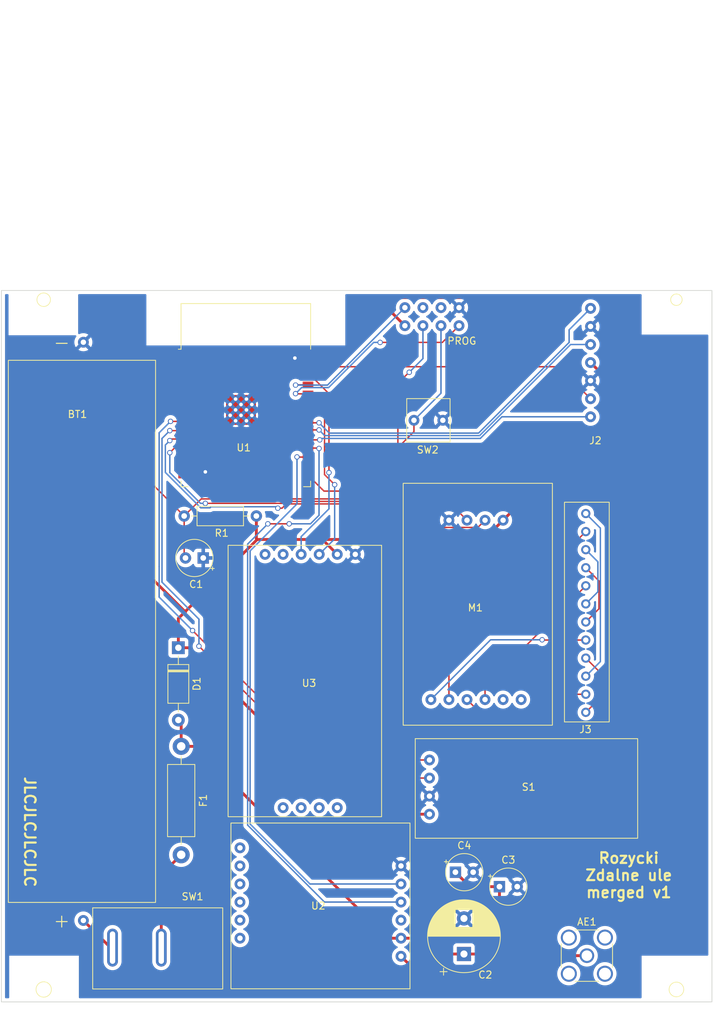
<source format=kicad_pcb>
(kicad_pcb (version 20211014) (generator pcbnew)
  (layers (0 "F.Cu" signal) (31 "B.Cu" signal) (34 "B.Paste" user) (35 "F.Paste" user) (36 "B.SilkS" user "B.Silkscreen") (37 "F.SilkS" user "F.Silkscreen") (38 "B.Mask" user) (39 "F.Mask" user) (44 "Edge.Cuts" user))
  (net 0 "")
  (net 1 "Net-(AE1-Pad1)")
  (net 2 "/Battery VCC")
  (net 3 "GND")
  (net 4 "/PROG_EN")
  (net 5 "/3.3 VCC")
  (net 6 "Net-(F1-Pad1)")
  (net 7 "/PROG_I0")
  (net 8 "/PROG_TX")
  (net 9 "/PROG_RX")
  (net 12 "/CS")
  (net 13 "/MOSI")
  (net 14 "/CLK")
  (net 15 "/MISO")
  (net 16 "Net-(J3-Pad1)")
  (net 17 "/A- R")
  (net 18 "Net-(J3-Pad12)")
  (net 19 "/E+ R")
  (net 20 "Net-(J3-Pad6)")
  (net 21 "Net-(J3-Pad10)")
  (net 22 "/A+ R")
  (net 23 "/E- R")
  (net 26 "/HX Data")
  (net 27 "/HX clk")
  (net 28 "/wstrzas D")
  (net 29 "/wstrzas A")
  (net 47 "/RX1")
  (net 48 "/TX1")
  (net 50 "/SDA")
  (net 51 "/SCL")
  (net 61 "Net-(BT1-Pad1)")
  (footprint "wlasne_footprinty:koszyk na baterie 1x1" (layer "F.Cu") (at 183.235 37.934 -90)
    (fp_text reference "BT1" (at 12.666 13.535 unlocked) (layer "F.SilkS"))
    (fp_text value "Battery")
    (fp_text user "+" (at 83.82 15.748 unlocked) (layer "F.SilkS") (effects (font (size 2 2))))
    (fp_text user "-" (at 2.54 15.748 unlocked) (layer "F.SilkS") (effects (font (size 2 2))))
    (pad "1" thru_hole circle (at 83.82 12.7 270) (size 1.524 1.524) (drill 0.762) (layers *.Cu *.Mask) (net 61 "Net-(BT1-Pad1)"))
    (pad "2" thru_hole circle (at 2.54 12.7 270) (size 1.524 1.524) (drill 0.762) (layers *.Cu *.Mask) (net 3 "GND"))
  )
  (footprint "wlasne_footprinty:sim800l" (layer "F.Cu") (at 216.505 131.355 180)
    (fp_text reference "U2" (at 12.905 11.655 unlocked) (layer "F.SilkS"))
    (fp_text value "SIM800L")
    (pad "0" thru_hole circle (at 1.27 17.27 180) (size 1.524 1.524) (drill 0.762) (layers *.Cu *.Mask) (net 3 "GND"))
    (pad "1" thru_hole circle (at 1.27 14.73 180) (size 1.524 1.524) (drill 0.762) (layers *.Cu *.Mask) (net 47 "/RX1"))
    (pad "2" thru_hole circle (at 1.27 12.19 180) (size 1.524 1.524) (drill 0.762) (layers *.Cu *.Mask) (net 48 "/TX1"))
    (pad "3" thru_hole circle (at 1.27 9.65 180) (size 1.524 1.524) (drill 0.762) (layers *.Cu *.Mask))
    (pad "4" thru_hole circle (at 1.27 7.11 180) (size 1.524 1.524) (drill 0.762) (layers *.Cu *.Mask) (net 2 "/Battery VCC"))
    (pad "5" thru_hole circle (at 1.27 4.57 180) (size 1.524 1.524) (drill 0.762) (layers *.Cu *.Mask) (net 1 "Net-(AE1-Pad1)"))
    (pad "6" thru_hole circle (at 23.93 7.11 180) (size 1.524 1.524) (drill 0.762) (layers *.Cu *.Mask))
    (pad "7" thru_hole circle (at 23.93 9.65 180) (size 1.524 1.524) (drill 0.762) (layers *.Cu *.Mask))
    (pad "8" thru_hole circle (at 23.93 12.19 180) (size 1.524 1.524) (drill 0.762) (layers *.Cu *.Mask))
    (pad "9" thru_hole circle (at 23.93 14.73 180) (size 1.524 1.524) (drill 0.762) (layers *.Cu *.Mask))
    (pad "10" thru_hole circle (at 23.93 17.27 180) (size 1.524 1.524) (drill 0.762) (layers *.Cu *.Mask))
    (pad "11" thru_hole circle (at 23.93 19.81 180) (size 1.524 1.524) (drill 0.762) (layers *.Cu *.Mask))
  )
  (footprint "Diode_THT:D_A-405_P10.16mm_Horizontal" (layer "F.Cu") (at 183.9 83.42 -90)
    (fp_text reference "D1" (at 5.08 -2.6 90) (layer "F.SilkS"))
    (fp_text value "DIODE")
    (pad "1" thru_hole rect (at 0 0 270) (size 1.8 1.8) (drill 0.9) (layers *.Cu *.Mask) (net 5 "/3.3 VCC"))
    (pad "2" thru_hole oval (at 10.16 0 270) (size 1.8 1.8) (drill 0.9) (layers *.Cu *.Mask) (net 2 "/Battery VCC"))
  )
  (footprint "wlasne_footprinty:karta sd" (layer "F.Cu") (at 244.455 56.035 180)
    (fp_text reference "J2" (at 1.855 1.735 unlocked) (layer "F.SilkS"))
    (fp_text value "SD_Card")
    (pad "1" thru_hole circle (at 2.54 5.08 180) (size 1.524 1.524) (drill 0.762) (layers *.Cu *.Mask) (net 12 "/CS"))
    (pad "2" thru_hole circle (at 2.54 7.62 180) (size 1.524 1.524) (drill 0.762) (layers *.Cu *.Mask) (net 13 "/MOSI"))
    (pad "3" thru_hole circle (at 2.54 10.16 180) (size 1.524 1.524) (drill 0.762) (layers *.Cu *.Mask) (net 3 "GND"))
    (pad "4" thru_hole circle (at 2.54 12.7 180) (size 1.524 1.524) (drill 0.762) (layers *.Cu *.Mask) (net 5 "/3.3 VCC"))
    (pad "5" thru_hole circle (at 2.54 15.24 180) (size 1.524 1.524) (drill 0.762) (layers *.Cu *.Mask) (net 14 "/CLK"))
    (pad "6" thru_hole circle (at 2.54 17.78 180) (size 1.524 1.524) (drill 0.762) (layers *.Cu *.Mask) (net 3 "GND"))
    (pad "7" thru_hole circle (at 2.54 20.32 180) (size 1.524 1.524) (drill 0.762) (layers *.Cu *.Mask) (net 15 "/MISO"))
  )
  (footprint "Resistor_THT:R_Axial_DIN0411_L9.9mm_D3.6mm_P15.24mm_Horizontal" (layer "F.Cu") (at 184.3 112.52 90)
    (fp_text reference "F1" (at 7.62 3.1 90) (layer "F.SilkS"))
    (fp_text value "Fuse")
    (pad "1" thru_hole circle (at 0 0 90) (size 2.4 2.4) (drill 1.2) (layers *.Cu *.Mask) (net 6 "Net-(F1-Pad1)"))
    (pad "2" thru_hole oval (at 15.24 0 90) (size 2.4 2.4) (drill 1.2) (layers *.Cu *.Mask) (net 2 "/Battery VCC"))
  )
  (footprint "Resistor_THT:R_Axial_DIN0207_L6.3mm_D2.5mm_P10.16mm_Horizontal" (layer "F.Cu") (at 194.88 64.9 180)
    (fp_text reference "R1" (at 4.88 -2.4) (layer "F.SilkS"))
    (fp_text value "10K")
    (pad "1" thru_hole circle (at 0 0 180) (size 1.6 1.6) (drill 0.8) (layers *.Cu *.Mask) (net 5 "/3.3 VCC"))
    (pad "2" thru_hole oval (at 10.16 0 180) (size 1.6 1.6) (drill 0.8) (layers *.Cu *.Mask) (net 4 "/PROG_EN"))
  )
  (footprint "Capacitor_THT:CP_Radial_Tantal_D5.0mm_P2.50mm" (layer "F.Cu") (at 229.094888 117)
    (fp_text reference "C3" (at 1.25 -3.75) (layer "F.SilkS"))
    (fp_text value "33pF")
    (pad "1" thru_hole rect (at 0 0) (size 1.6 1.6) (drill 0.8) (layers *.Cu *.Mask) (net 2 "/Battery VCC"))
    (pad "2" thru_hole circle (at 2.5 0) (size 1.6 1.6) (drill 0.8) (layers *.Cu *.Mask) (net 3 "GND"))
  )
  (footprint "Connector_Coaxial:SMA_Amphenol_132291_Vertical" (layer "F.Cu") (at 241.4 126.7)
    (fp_text reference "AE1" (at 0 -4.75) (layer "F.SilkS"))
    (fp_text value "Antenna")
    (pad "1" thru_hole circle (at 0 0) (size 2.05 2.05) (drill 1.5) (layers *.Cu *.Mask) (net 1 "Net-(AE1-Pad1)"))
    (pad "2" thru_hole circle (at -2.54 -2.54) (size 2.25 2.25) (drill 1.7) (layers *.Cu *.Mask))
    (pad "2" thru_hole circle (at 2.54 2.54) (size 2.25 2.25) (drill 1.7) (layers *.Cu *.Mask))
    (pad "2" thru_hole circle (at -2.54 2.54) (size 2.25 2.25) (drill 1.7) (layers *.Cu *.Mask))
    (pad "2" thru_hole circle (at 2.54 -2.54) (size 2.25 2.25) (drill 1.7) (layers *.Cu *.Mask))
  )
  (footprint "Capacitor_THT:CP_Radial_Tantal_D5.0mm_P2.50mm" (layer "F.Cu") (at 222.894888 114.967677)
    (fp_text reference "C4" (at 1.25 -3.75) (layer "F.SilkS"))
    (fp_text value "10pF")
    (pad "1" thru_hole rect (at 0 0) (size 1.6 1.6) (drill 0.8) (layers *.Cu *.Mask) (net 2 "/Battery VCC"))
    (pad "2" thru_hole circle (at 2.5 0) (size 1.6 1.6) (drill 0.8) (layers *.Cu *.Mask) (net 3 "GND"))
  )
  (footprint "wlasne_footprinty:wlacznik" (layer "F.Cu") (at 171.845 119.98)
    (fp_text reference "SW1" (at 14.055 -1.58 unlocked) (layer "F.SilkS"))
    (fp_text value "SW_Push")
    (pad "1" thru_hole oval (at 2.794 5.588) (size 1.524 5.332) (drill oval 0.762 4.57) (layers *.Cu *.Mask) (net 61 "Net-(BT1-Pad1)"))
    (pad "2" thru_hole oval (at 9.652 5.588) (size 1.524 5.332) (drill oval 0.762 4.57) (layers *.Cu *.Mask) (net 6 "Net-(F1-Pad1)"))
  )
  (footprint "Capacitor_THT:CP_Radial_D10.0mm_P5.00mm" (layer "F.Cu") (at 224.1 126.467677 90)
    (fp_text reference "C2" (at -2.932323 3 180) (layer "F.SilkS"))
    (fp_text value "2200uF")
    (pad "1" thru_hole rect (at 0 0 90) (size 2 2) (drill 1) (layers *.Cu *.Mask) (net 2 "/Battery VCC"))
    (pad "2" thru_hole circle (at 5 0 90) (size 2 2) (drill 1) (layers *.Cu *.Mask) (net 3 "GND"))
  )
  (footprint "wlasne_footprinty:screw connector 12" (layer "F.Cu") (at 238.245 93.845 90)
    (fp_text reference "J3" (at -1.055 2.955 unlocked) (layer "F.SilkS"))
    (fp_text value "Screw_Terminal_01x12")
    (pad "1" thru_hole circle (at 1.35 3 90) (size 1.3 1.3) (drill 0.762) (layers *.Cu *.Mask) (net 16 "Net-(J3-Pad1)"))
    (pad "2" thru_hole circle (at 3.89 3 90) (size 1.3 1.3) (drill 0.762) (layers *.Cu *.Mask) (net 17 "/A- R"))
    (pad "3" thru_hole circle (at 6.43 3 90) (size 1.3 1.3) (drill 0.762) (layers *.Cu *.Mask) (net 18 "Net-(J3-Pad12)"))
    (pad "4" thru_hole circle (at 8.97 3 90) (size 1.3 1.3) (drill 0.762) (layers *.Cu *.Mask) (net 16 "Net-(J3-Pad1)"))
    (pad "5" thru_hole circle (at 11.51 3 90) (size 1.3 1.3) (drill 0.762) (layers *.Cu *.Mask) (net 19 "/E+ R"))
    (pad "6" thru_hole circle (at 14.05 3 90) (size 1.3 1.3) (drill 0.762) (layers *.Cu *.Mask) (net 20 "Net-(J3-Pad6)"))
    (pad "7" thru_hole circle (at 16.59 3 90) (size 1.3 1.3) (drill 0.762) (layers *.Cu *.Mask) (net 21 "Net-(J3-Pad10)"))
    (pad "8" thru_hole circle (at 19.13 3 90) (size 1.3 1.3) (drill 0.762) (layers *.Cu *.Mask) (net 22 "/A+ R"))
    (pad "9" thru_hole circle (at 21.67 3 90) (size 1.3 1.3) (drill 0.762) (layers *.Cu *.Mask) (net 20 "Net-(J3-Pad6)"))
    (pad "10" thru_hole circle (at 24.21 3 90) (size 1.3 1.3) (drill 0.762) (layers *.Cu *.Mask) (net 21 "Net-(J3-Pad10)"))
    (pad "11" thru_hole circle (at 26.75 3 90) (size 1.3 1.3) (drill 0.762) (layers *.Cu *.Mask) (net 23 "/E- R"))
    (pad "12" thru_hole circle (at 29.29 3 90) (size 1.3 1.3) (drill 0.762) (layers *.Cu *.Mask) (net 18 "Net-(J3-Pad12)"))
  )
  (footprint "wlasne_footprinty:MH-sensor-series" (layer "F.Cu") (at 217.245 96.195)
    (fp_text reference "S1" (at 15.955 6.805 unlocked) (layer "F.SilkS"))
    (fp_text value "MH-sensor-series")
    (pad "0" thru_hole circle (at 2 10.62) (size 1.524 1.524) (drill 0.762) (layers *.Cu *.Mask) (net 5 "/3.3 VCC"))
    (pad "1" thru_hole circle (at 2 8.08) (size 1.524 1.524) (drill 0.762) (layers *.Cu *.Mask) (net 3 "GND"))
    (pad "2" thru_hole circle (at 2 5.54) (size 1.524 1.524) (drill 0.762) (layers *.Cu *.Mask) (net 28 "/wstrzas D"))
    (pad "3" thru_hole circle (at 2 3) (size 1.524 1.524) (drill 0.762) (layers *.Cu *.Mask) (net 29 "/wstrzas A"))
  )
  (footprint "wlasne_footprinty:hx711" (layer "F.Cu") (at 215.445 94.305 90)
    (fp_text reference "M1" (at 16.51 10.255 unlocked) (layer "F.SilkS"))
    (fp_text value "HX711")
    (pad "0" thru_hole circle (at 3.6 4 90) (size 1.524 1.524) (drill 0.762) (layers *.Cu *.Mask) (net 19 "/E+ R"))
    (pad "1" thru_hole circle (at 3.6 6.54 90) (size 1.524 1.524) (drill 0.762) (layers *.Cu *.Mask) (net 23 "/E- R"))
    (pad "2" thru_hole circle (at 3.6 9.08 90) (size 1.524 1.524) (drill 0.762) (layers *.Cu *.Mask) (net 17 "/A- R"))
    (pad "3" thru_hole circle (at 3.6 11.62 90) (size 1.524 1.524) (drill 0.762) (layers *.Cu *.Mask) (net 22 "/A+ R"))
    (pad "4" thru_hole circle (at 3.6 14.16 90) (size 1.524 1.524) (drill 0.762) (layers *.Cu *.Mask))
    (pad "5" thru_hole circle (at 3.6 16.7 90) (size 1.524 1.524) (drill 0.762) (layers *.Cu *.Mask))
    (pad "6" thru_hole circle (at 28.81 6.54 90) (size 1.524 1.524) (drill 0.762) (layers *.Cu *.Mask) (net 3 "GND"))
    (pad "7" thru_hole circle (at 28.81 9.08 90) (size 1.524 1.524) (drill 0.762) (layers *.Cu *.Mask) (net 26 "/HX Data"))
    (pad "8" thru_hole circle (at 28.81 11.62 90) (size 1.524 1.524) (drill 0.762) (layers *.Cu *.Mask) (net 27 "/HX clk"))
    (pad "9" thru_hole circle (at 28.81 14.16 90) (size 1.524 1.524) (drill 0.762) (layers *.Cu *.Mask) (net 5 "/3.3 VCC"))
  )
  (footprint "RF_Module:ESP32-WROOM-32" (layer "F.Cu") (at 193.4 50.9)
    (fp_text reference "U1" (at -0.3 4.4 180) (layer "F.SilkS"))
    (fp_text value "ESP32-WROOM-32")
    (pad "1" smd rect (at -8.75 -8.25) (size 1.5 0.9) (layers "F.Cu" "F.Paste" "F.Mask") (net 3 "GND"))
    (pad "2" smd rect (at -8.75 -6.98) (size 1.5 0.9) (layers "F.Cu" "F.Paste" "F.Mask") (net 5 "/3.3 VCC"))
    (pad "3" smd rect (at -8.75 -5.71) (size 1.5 0.9) (layers "F.Cu" "F.Paste" "F.Mask") (net 4 "/PROG_EN"))
    (pad "4" smd rect (at -8.75 -4.44) (size 1.5 0.9) (layers "F.Cu" "F.Paste" "F.Mask"))
    (pad "5" smd rect (at -8.75 -3.17) (size 1.5 0.9) (layers "F.Cu" "F.Paste" "F.Mask"))
    (pad "6" smd rect (at -8.75 -1.9) (size 1.5 0.9) (layers "F.Cu" "F.Paste" "F.Mask"))
    (pad "7" smd rect (at -8.75 -0.63) (size 1.5 0.9) (layers "F.Cu" "F.Paste" "F.Mask"))
    (pad "8" smd rect (at -8.75 0.64) (size 1.5 0.9) (layers "F.Cu" "F.Paste" "F.Mask") (net 29 "/wstrzas A"))
    (pad "9" smd rect (at -8.75 1.91) (size 1.5 0.9) (layers "F.Cu" "F.Paste" "F.Mask") (net 28 "/wstrzas D"))
    (pad "10" smd rect (at -8.75 3.18) (size 1.5 0.9) (layers "F.Cu" "F.Paste" "F.Mask") (net 27 "/HX clk"))
    (pad "11" smd rect (at -8.75 4.45) (size 1.5 0.9) (layers "F.Cu" "F.Paste" "F.Mask") (net 26 "/HX Data"))
    (pad "12" smd rect (at -8.75 5.72) (size 1.5 0.9) (layers "F.Cu" "F.Paste" "F.Mask"))
    (pad "13" smd rect (at -8.75 6.99) (size 1.5 0.9) (layers "F.Cu" "F.Paste" "F.Mask"))
    (pad "14" smd rect (at -8.75 8.26) (size 1.5 0.9) (layers "F.Cu" "F.Paste" "F.Mask"))
    (pad "15" smd rect (at -5.71 9.51 90) (size 1.5 0.9) (layers "F.Cu" "F.Paste" "F.Mask") (net 3 "GND"))
    (pad "16" smd rect (at -4.44 9.51 90) (size 1.5 0.9) (layers "F.Cu" "F.Paste" "F.Mask"))
    (pad "17" smd rect (at -3.17 9.51 90) (size 1.5 0.9) (layers "F.Cu" "F.Paste" "F.Mask"))
    (pad "18" smd rect (at -1.9 9.51 90) (size 1.5 0.9) (layers "F.Cu" "F.Paste" "F.Mask"))
    (pad "19" smd rect (at -0.63 9.51 90) (size 1.5 0.9) (layers "F.Cu" "F.Paste" "F.Mask"))
    (pad "20" smd rect (at 0.64 9.51 90) (size 1.5 0.9) (layers "F.Cu" "F.Paste" "F.Mask"))
    (pad "21" smd rect (at 1.91 9.51 90) (size 1.5 0.9) (layers "F.Cu" "F.Paste" "F.Mask"))
    (pad "22" smd rect (at 3.18 9.51 90) (size 1.5 0.9) (layers "F.Cu" "F.Paste" "F.Mask"))
    (pad "23" smd rect (at 4.45 9.51 90) (size 1.5 0.9) (layers "F.Cu" "F.Paste" "F.Mask"))
    (pad "24" smd rect (at 5.72 9.51 90) (size 1.5 0.9) (layers "F.Cu" "F.Paste" "F.Mask"))
    (pad "25" smd rect (at 8.75 8.26) (size 1.5 0.9) (layers "F.Cu" "F.Paste" "F.Mask") (net 7 "/PROG_I0"))
    (pad "26" smd rect (at 8.75 6.99) (size 1.5 0.9) (layers "F.Cu" "F.Paste" "F.Mask"))
    (pad "27" smd rect (at 8.75 5.72) (size 1.5 0.9) (layers "F.Cu" "F.Paste" "F.Mask") (net 47 "/RX1"))
    (pad "28" smd rect (at 8.75 4.45) (size 1.5 0.9) (layers "F.Cu" "F.Paste" "F.Mask") (net 48 "/TX1"))
    (pad "29" smd rect (at 8.75 3.18) (size 1.5 0.9) (layers "F.Cu" "F.Paste" "F.Mask") (net 12 "/CS"))
    (pad "30" smd rect (at 8.75 1.91) (size 1.5 0.9) (layers "F.Cu" "F.Paste" "F.Mask") (net 14 "/CLK"))
    (pad "31" smd rect (at 8.75 0.64) (size 1.5 0.9) (layers "F.Cu" "F.Paste" "F.Mask") (net 15 "/MISO"))
    (pad "32" smd rect (at 8.75 -0.63) (size 1.5 0.9) (layers "F.Cu" "F.Paste" "F.Mask"))
    (pad "33" smd rect (at 8.75 -1.9) (size 1.5 0.9) (layers "F.Cu" "F.Paste" "F.Mask") (net 50 "/SDA"))
    (pad "34" smd rect (at 8.75 -3.17) (size 1.5 0.9) (layers "F.Cu" "F.Paste" "F.Mask") (net 8 "/PROG_TX"))
    (pad "35" smd rect (at 8.75 -4.44) (size 1.5 0.9) (layers "F.Cu" "F.Paste" "F.Mask") (net 9 "/PROG_RX"))
    (pad "36" smd rect (at 8.75 -5.71) (size 1.5 0.9) (layers "F.Cu" "F.Paste" "F.Mask") (net 51 "/SCL"))
    (pad "37" smd rect (at 8.75 -6.98) (size 1.5 0.9) (layers "F.Cu" "F.Paste" "F.Mask") (net 13 "/MOSI"))
    (pad "38" smd rect (at 8.75 -8.25) (size 1.5 0.9) (layers "F.Cu" "F.Paste" "F.Mask") (net 3 "GND"))
    (pad "39" thru_hole circle (at 0.845 -1.6725) (size 0.762 0.762) (drill 0.508) (layers *.Cu "F.Mask") (net 3 "GND"))
    (pad "39" thru_hole circle (at -1.4425 0.615) (size 0.762 0.762) (drill 0.508) (layers *.Cu "F.Mask") (net 3 "GND"))
    (pad "39" thru_hole circle (at -2.205 -0.1475) (size 0.762 0.762) (drill 0.508) (layers *.Cu "F.Mask") (net 3 "GND"))
    (pad "39" thru_hole circle (at -1.4425 -0.91) (size 0.762 0.762) (drill 0.508) (layers *.Cu "F.Mask") (net 3 "GND"))
    (pad "39" thru_hole circle (at 0.845 -0.1475) (size 0.762 0.762) (drill 0.508) (layers *.Cu "F.Mask") (net 3 "GND"))
    (pad "39" thru_hole circle (at 0.0825 0.615) (size 0.762 0.762) (drill 0.508) (layers *.Cu "F.Mask") (net 3 "GND"))
    (pad "39" smd rect (at -0.68 -0.91) (size 4.2 4.2) (layers "F.Cu" "F.Mask") (net 3 "GND"))
    (pad "39" thru_hole circle (at -1.4425 -2.435) (size 0.762 0.762) (drill 0.508) (layers *.Cu "F.Mask") (net 3 "GND"))
    (pad "39" thru_hole circle (at -0.68 -1.6725) (size 0.762 0.762) (drill 0.508) (layers *.Cu "F.Mask") (net 3 "GND"))
    (pad "39" thru_hole circle (at -2.205 -1.6725) (size 0.762 0.762) (drill 0.508) (layers *.Cu "F.Mask") (net 3 "GND"))
    (pad "39" thru_hole circle (at 0.0825 -2.435) (size 0.762 0.762) (drill 0.508) (layers *.Cu "F.Mask") (net 3 "GND"))
    (pad "39" thru_hole circle (at 0.0825 -0.91) (size 0.762 0.762) (drill 0.508) (layers *.Cu "F.Mask") (net 3 "GND"))
    (pad "39" thru_hole circle (at -0.68 -0.1475) (size 0.762 0.762) (drill 0.508) (layers *.Cu "F.Mask") (net 3 "GND"))
    (zone (net 0) (net_name "") (layers *.Cu) (connect_pads (clearance 0)) (min_thickness 0.254)
      (keepout (tracks not_allowed) (vias not_allowed) (pads not_allowed) (copperpour not_allowed) (footprints not_allowed))
      (fill (thermal_gap 0.508) (thermal_bridge_width 0.508))
      (polygon (pts (xy 179.4 40.93) (xy 207.4 40.93) (xy 207.4 30.15) (xy 179.4 30.15)))
    )
  )
  (footprint "wlasne_footprinty:mały button" (layer "F.Cu") (at 216.045 48.4)
    (fp_text reference "SW2" (at 2.955 7.2 unlocked) (layer "F.SilkS"))
    (fp_text value "SW_Push")
    (pad "1" thru_hole circle (at 5.08 3.048) (size 1.524 1.524) (drill 0.762) (layers *.Cu *.Mask) (net 3 "GND"))
    (pad "2" thru_hole circle (at 1.016 3.048) (size 1.524 1.524) (drill 0.762) (layers *.Cu *.Mask) (net 4 "/PROG_EN"))
  )
  (footprint "wlasne_footprinty:ds3231" (layer "F.Cu") (at 212.505 69.02 -90)
    (fp_text reference "U3" (at 19.38 10.205 unlocked) (layer "F.SilkS"))
    (fp_text value "DS3231M")
    (pad "1" thru_hole circle (at 1.27 16.4 270) (size 1.524 1.524) (drill 0.762) (layers *.Cu *.Mask))
    (pad "2" thru_hole circle (at 1.27 6.24 270) (size 1.524 1.524) (drill 0.762) (layers *.Mask "F.Cu" "In1.Cu" "B.Cu") (net 5 "/3.3 VCC"))
    (pad "2'" thru_hole circle (at 36.88 8.78 270) (size 1.524 1.524) (drill 0.762) (layers *.Cu *.Mask))
    (pad "3" thru_hole circle (at 1.27 13.86 270) (size 1.524 1.524) (drill 0.762) (layers *.Cu *.Mask))
    (pad "13" thru_hole circle (at 1.27 3.7 270) (size 1.524 1.524) (drill 0.762) (layers *.Cu *.Mask) (net 3 "GND"))
    (pad "13'" thru_hole circle (at 36.88 6.24 270) (size 1.524 1.524) (drill 0.762) (layers *.Cu *.Mask))
    (pad "15" thru_hole circle (at 1.27 8.78 270) (size 1.524 1.524) (drill 0.762) (layers *.Cu *.Mask) (net 50 "/SDA"))
    (pad "15'" thru_hole circle (at 36.88 11.32 270) (size 1.524 1.524) (drill 0.762) (layers *.Cu *.Mask))
    (pad "16" thru_hole circle (at 1.27 11.32 270) (size 1.524 1.524) (drill 0.762) (layers *.Cu *.Mask) (net 51 "/SCL"))
    (pad "16'" thru_hole circle (at 36.88 13.86 270) (size 1.524 1.524) (drill 0.762) (layers *.Cu *.Mask))
  )
  (footprint "Capacitor_THT:CP_Radial_Tantal_D5.0mm_P2.50mm" (layer "F.Cu") (at 187.405112 70.8 180)
    (fp_text reference "C1" (at 1.005112 -3.7 180) (layer "F.SilkS"))
    (fp_text value "100nF")
    (pad "1" thru_hole rect (at 0 0 180) (size 1.6 1.6) (drill 0.8) (layers *.Cu *.Mask) (net 3 "GND"))
    (pad "2" thru_hole circle (at 2.5 0 180) (size 1.6 1.6) (drill 0.8) (layers *.Cu *.Mask) (net 4 "/PROG_EN"))
  )
  (footprint "wlasne_footprinty:prog pins ESP32 (aka esp01) v2 (odwrocone)" (layer "F.Cu") (at 213.245 30.531 90)
    (fp_text reference "J1")
    (fp_text value "Conn_02x04_Male")
    (fp_text user "PROG" (at -9.769 10.555 unlocked) (layer "F.SilkS"))
    (pad "1" thru_hole circle (at -7.62 2.54 90) (size 1.524 1.524) (drill 0.762) (layers *.Cu *.Mask) (net 5 "/3.3 VCC"))
    (pad "2" thru_hole circle (at -7.62 5.08 90) (size 1.524 1.524) (drill 0.762) (layers *.Cu *.Mask) (net 7 "/PROG_I0"))
    (pad "3" thru_hole circle (at -7.62 7.62 90) (size 1.524 1.524) (drill 0.762) (layers *.Cu *.Mask) (net 4 "/PROG_EN"))
    (pad "4" thru_hole circle (at -7.62 10.16 90) (size 1.524 1.524) (drill 0.762) (layers *.Cu *.Mask) (net 8 "/PROG_TX"))
    (pad "5" thru_hole circle (at -5.08 2.54 90) (size 1.524 1.524) (drill 0.762) (layers *.Cu *.Mask) (net 9 "/PROG_RX"))
    (pad "6" thru_hole circle (at -5.08 5.08 90) (size 1.524 1.524) (drill 0.762) (layers *.Cu *.Mask))
    (pad "7" thru_hole circle (at -5.08 7.62 90) (size 1.524 1.524) (drill 0.762) (layers *.Cu *.Mask))
    (pad "8" thru_hole circle (at -5.08 10.16 90) (size 1.524 1.524) (drill 0.762) (layers *.Cu *.Mask) (net 3 "GND"))
  )
  (gr_circle (center 254 34.5) (end 254.8 34.4) (layer "F.SilkS") (width 0.1) (fill none))
  (gr_circle (center 254 131.45) (end 255 131.2) (layer "F.SilkS") (width 0.1) (fill none))
  (gr_circle (center 164.95 131.45) (end 166 131.2) (layer "F.SilkS") (width 0.1) (fill none))
  (gr_circle (center 164.95 34.5) (end 165.9 34.5) (layer "F.SilkS") (width 0.1) (fill none))
  (gr_rect (start 159 133.2) (end 259 33.2) (layer "Edge.Cuts") (width 0.1) (fill none))
  (gr_text "JLCJLCJLCJLC" (at 163 109.3 270) (layer "F.SilkS") (effects (font (size 1.5 1.5) (thickness 0.3))))
  (gr_text "Rozycki\nZdalne ule\nmerged v1" (at 247.3 115.4) (layer "F.SilkS") (effects (font (size 1.5 1.5) (thickness 0.3))))
  (segment (start 229.1 130.7) (end 233.1 126.7) (width 0.4) (layer "F.Cu") (net 1))
  (segment (start 215.235 126.785) (end 219.15 130.7) (width 0.4) (layer "F.Cu") (net 1))
  (segment (start 219.15 130.7) (end 229.1 130.7) (width 0.4) (layer "F.Cu") (net 1))
  (segment (start 233.1 126.7) (end 241.4 126.7) (width 0.4) (layer "F.Cu") (net 1))
  (segment (start 229.094888 118.794888) (end 229.094888 117) (width 0.4) (layer "F.Cu") (net 2))
  (segment (start 224.1 126.467677) (end 229.132323 126.467677) (width 0.4) (layer "F.Cu") (net 2))
  (segment (start 230.3 125.3) (end 230.3 120) (width 0.4) (layer "F.Cu") (net 2))
  (segment (start 184.3 97.28) (end 186.38 97.28) (width 0.4) (layer "F.Cu") (net 2))
  (segment (start 184.3 93.98) (end 183.9 93.58) (width 0.4) (layer "F.Cu") (net 2))
  (segment (start 224.927211 117) (end 229.094888 117) (width 0.4) (layer "F.Cu") (net 2))
  (segment (start 213.345 124.245) (end 215.235 124.245) (width 0.4) (layer "F.Cu") (net 2))
  (segment (start 184.3 97.28) (end 184.3 93.98) (width 0.4) (layer "F.Cu") (net 2))
  (segment (start 229.132323 126.467677) (end 230.3 125.3) (width 0.4) (layer "F.Cu") (net 2))
  (segment (start 230.3 120) (end 229.094888 118.794888) (width 0.4) (layer "F.Cu") (net 2))
  (segment (start 217.345 124.245) (end 219.567677 126.467677) (width 0.4) (layer "F.Cu") (net 2))
  (segment (start 219.567677 126.467677) (end 224.1 126.467677) (width 0.4) (layer "F.Cu") (net 2))
  (segment (start 186.38 97.28) (end 213.345 124.245) (width 0.4) (layer "F.Cu") (net 2))
  (segment (start 215.235 124.245) (end 217.345 124.245) (width 0.4) (layer "F.Cu") (net 2))
  (segment (start 222.894888 114.967677) (end 224.927211 117) (width 0.4) (layer "F.Cu") (net 2))
  (segment (start 184.65 42.65) (end 172.711 42.65) (width 0.4) (layer "F.Cu") (net 3))
  (segment (start 200.35 42.65) (end 200.3 42.7) (width 0.4) (layer "F.Cu") (net 3))
  (segment (start 172.711 42.65) (end 170.535 40.474) (width 0.4) (layer "F.Cu") (net 3))
  (segment (start 187.69 60.41) (end 187.69 58.71) (width 0.4) (layer "F.Cu") (net 3))
  (segment (start 202.15 42.65) (end 200.35 42.65) (width 0.4) (layer "F.Cu") (net 3))
  (segment (start 187.69 58.71) (end 187.7 58.7) (width 0.4) (layer "F.Cu") (net 3))
  (via (at 187.7 58.7) (size 0.75) (drill 0.5) (layers "F.Cu" "B.Cu") (net 3))
  (via (at 200.3 42.7) (size 0.75) (drill 0.5) (layers "F.Cu" "B.Cu") (net 3))
  (segment (start 187.12 62.5) (end 207.6 62.5) (width 0.2) (layer "F.Cu") (net 4))
  (segment (start 184.35 45.19) (end 180.04 49.5) (width 0.2) (layer "F.Cu") (net 4))
  (segment (start 179.9 49.5) (end 179.9 60.08) (width 0.2) (layer "F.Cu") (net 4))
  (segment (start 179.9 60.08) (end 184.72 64.9) (width 0.2) (layer "F.Cu") (net 4))
  (segment (start 207.6 62.5) (end 217.061 53.039) (width 0.2) (layer "F.Cu") (net 4))
  (segment (start 180.04 49.5) (end 179.9 49.5) (width 0.2) (layer "F.Cu") (net 4))
  (segment (start 217.061 53.039) (end 217.061 51.448) (width 0.2) (layer "F.Cu") (net 4))
  (segment (start 184.72 64.9) (end 184.72 70.614888) (width 0.2) (layer "F.Cu") (net 4))
  (segment (start 184.65 45.19) (end 184.35 45.19) (width 0.2) (layer "F.Cu") (net 4))
  (segment (start 184.72 64.9) (end 187.12 62.5) (width 0.2) (layer "F.Cu") (net 4))
  (segment (start 184.72 70.614888) (end 184.905112 70.8) (width 0.2) (layer "F.Cu") (net 4))
  (segment (start 220.865 38.151) (end 220.865 47.644) (width 0.2) (layer "B.Cu") (net 4))
  (segment (start 220.865 47.644) (end 217.061 51.448) (width 0.2) (layer "B.Cu") (net 4))
  (segment (start 214.1 35.2) (end 215.1 34.2) (width 0.4) (layer "F.Cu") (net 5))
  (segment (start 243.9 51.2) (end 229.605 65.495) (width 0.4) (layer "F.Cu") (net 5))
  (segment (start 215.1 34.2) (end 242.9 34.2) (width 0.4) (layer "F.Cu") (net 5))
  (segment (start 242.9 34.2) (end 243.9 35.2) (width 0.4) (layer "F.Cu") (net 5))
  (segment (start 202.575 68.2) (end 195 68.2) (width 0.4) (layer "F.Cu") (net 5))
  (segment (start 183.9 83.42) (end 183.9 79.3) (width 0.4) (layer "F.Cu") (net 5))
  (segment (start 206.265 70.29) (end 204.175 68.2) (width 0.4) (layer "F.Cu") (net 5))
  (segment (start 185.357606 83.42) (end 205.037606 103.1) (width 0.4) (layer "F.Cu") (net 5))
  (segment (start 178.9 49.04) (end 178.9 72.4) (width 0.4) (layer "F.Cu") (net 5))
  (segment (start 229.605 65.495) (end 226.9 68.2) (width 0.4) (layer "F.Cu") (net 5))
  (segment (start 215.785 38.151) (end 214.1 36.466) (width 0.4) (layer "F.Cu") (net 5))
  (segment (start 195 68.2) (end 194.88 68.08) (width 0.4) (layer "F.Cu") (net 5))
  (segment (start 203.3 68.2) (end 202.575 68.2) (width 0.4) (layer "F.Cu") (net 5))
  (segment (start 184.9 78.3) (end 195 68.2) (width 0.4) (layer "F.Cu") (net 5))
  (segment (start 194.88 68.08) (end 194.88 64.9) (width 0.4) (layer "F.Cu") (net 5))
  (segment (start 205.037606 103.1) (end 210.1 103.1) (width 0.4) (layer "F.Cu") (net 5))
  (segment (start 184.9 78.4) (end 184.9 78.3) (width 0.4) (layer "F.Cu") (net 5))
  (segment (start 204.175 68.2) (end 203.3 68.2) (width 0.4) (layer "F.Cu") (net 5))
  (segment (start 243.9 35.2) (end 243.9 45.32) (width 0.4) (layer "F.Cu") (net 5))
  (segment (start 214.1 36.466) (end 214.1 35.2) (width 0.4) (layer "F.Cu") (net 5))
  (segment (start 243.9 45.32) (end 243.9 51.2) (width 0.4) (layer "F.Cu") (net 5))
  (segment (start 178.9 72.4) (end 184.9 78.4) (width 0.4) (layer "F.Cu") (net 5))
  (segment (start 183.9 79.3) (end 184.9 78.3) (width 0.4) (layer "F.Cu") (net 5))
  (segment (start 213.815 106.815) (end 219.245 106.815) (width 0.4) (layer "F.Cu") (net 5))
  (segment (start 210.1 103.1) (end 213.815 106.815) (width 0.4) (layer "F.Cu") (net 5))
  (segment (start 226.9 68.2) (end 203.3 68.2) (width 0.4) (layer "F.Cu") (net 5))
  (segment (start 184.65 43.92) (end 184.02 43.92) (width 0.4) (layer "F.Cu") (net 5))
  (segment (start 183.9 83.42) (end 185.357606 83.42) (width 0.4) (layer "F.Cu") (net 5))
  (segment (start 241.915 43.335) (end 243.9 45.32) (width 0.4) (layer "F.Cu") (net 5))
  (segment (start 184.02 43.92) (end 178.9 49.04) (width 0.4) (layer "F.Cu") (net 5))
  (segment (start 181.497 125.568) (end 181.497 115.323) (width 0.4) (layer "F.Cu") (net 6))
  (segment (start 181.497 115.323) (end 184.3 112.52) (width 0.4) (layer "F.Cu") (net 6))
  (segment (start 214.8 46.27) (end 216.37 44.7) (width 0.2) (layer "F.Cu") (net 7))
  (segment (start 202.15 59.16) (end 204.115 61.125) (width 0.2) (layer "F.Cu") (net 7))
  (segment (start 214.8 54.805026) (end 214.8 46.27) (width 0.2) (layer "F.Cu") (net 7))
  (segment (start 208.205026 61.4) (end 214.8 54.805026) (width 0.2) (layer "F.Cu") (net 7))
  (segment (start 204.4 61.4) (end 208.205026 61.4) (width 0.2) (layer "F.Cu") (net 7))
  (segment (start 204.125 61.125) (end 204.4 61.4) (width 0.2) (layer "F.Cu") (net 7))
  (segment (start 216.37 44.7) (end 216.4 44.7) (width 0.2) (layer "F.Cu") (net 7))
  (segment (start 204.115 61.125) (end 204.125 61.125) (width 0.2) (layer "F.Cu") (net 7))
  (via (at 216.4 44.7) (size 0.75) (drill 0.5) (layers "F.Cu" "B.Cu") (net 7))
  (segment (start 216.4 44.7) (end 218.325 42.775) (width 0.2) (layer "B.Cu") (net 7))
  (segment (start 218.325 42.775) (end 218.325 38.151) (width 0.2) (layer "B.Cu") (net 7))
  (segment (start 202.15 47.73) (end 200.43 47.73) (width 0.2) (layer "F.Cu") (net 8))
  (segment (start 200.43 47.73) (end 200.4 47.7) (width 0.2) (layer "F.Cu") (net 8))
  (segment (start 212.3 40.5) (end 221.056 40.5) (width 0.2) (layer "F.Cu") (net 8))
  (segment (start 221.056 40.5) (end 223.405 38.151) (width 0.2) (layer "F.Cu") (net 8))
  (via (at 200.4 47.7) (size 0.75) (drill 0.5) (layers "F.Cu" "B.Cu") (net 8))
  (via (at 212.3 40.5) (size 0.75) (drill 0.5) (layers "F.Cu" "B.Cu") (net 8))
  (segment (start 211.390974 40.5) (end 212.3 40.5) (width 0.2) (layer "B.Cu") (net 8))
  (segment (start 201.25 46.85) (end 205.040974 46.85) (width 0.2) (layer "B.Cu") (net 8))
  (segment (start 205.040974 46.85) (end 211.390974 40.5) (width 0.2) (layer "B.Cu") (net 8))
  (segment (start 200.4 47.7) (end 201.25 46.85) (width 0.2) (layer "B.Cu") (net 8))
  (segment (start 202.15 46.46) (end 200.44 46.46) (width 0.2) (layer "F.Cu") (net 9))
  (segment (start 200.44 46.46) (end 200.4 46.5) (width 0.2) (layer "F.Cu") (net 9))
  (via (at 200.4 46.5) (size 0.75) (drill 0.5) (layers "F.Cu" "B.Cu") (net 9))
  (segment (start 200.4 46.5) (end 204.896 46.5) (width 0.2) (layer "B.Cu") (net 9))
  (segment (start 204.896 46.5) (end 215.785 35.611) (width 0.2) (layer "B.Cu") (net 9))
  (segment (start 202.27 54.2) (end 202.15 54.08) (width 0.2) (layer "F.Cu") (net 12))
  (segment (start 203.8 54.2) (end 202.27 54.2) (width 0.2) (layer "F.Cu") (net 12))
  (via (at 203.8 54.2) (size 0.75) (drill 0.5) (layers "F.Cu" "B.Cu") (net 12))
  (segment (start 241.915 50.955) (end 229.439974 50.955) (width 0.2) (layer "B.Cu") (net 12))
  (segment (start 226.394974 54) (end 204 54) (width 0.2) (layer "B.Cu") (net 12))
  (segment (start 204 54) (end 203.8 54.2) (width 0.2) (layer "B.Cu") (net 12))
  (segment (start 229.439974 50.955) (end 226.394974 54) (width 0.2) (layer "B.Cu") (net 12))
  (segment (start 237.42 43.92) (end 241.915 48.415) (width 0.2) (layer "F.Cu") (net 13))
  (segment (start 202.15 43.92) (end 237.42 43.92) (width 0.2) (layer "F.Cu") (net 13))
  (segment (start 203.7 52.8) (end 202.16 52.8) (width 0.2) (layer "F.Cu") (net 14))
  (segment (start 202.16 52.8) (end 202.15 52.81) (width 0.2) (layer "F.Cu") (net 14))
  (via (at 203.7 52.8) (size 0.75) (drill 0.5) (layers "F.Cu" "B.Cu") (net 14))
  (segment (start 226.3 53.6) (end 204.5 53.6) (width 0.2) (layer "B.Cu") (net 14))
  (segment (start 239.105 40.795) (end 226.3 53.6) (width 0.2) (layer "B.Cu") (net 14))
  (segment (start 241.915 40.795) (end 239.105 40.795) (width 0.2) (layer "B.Cu") (net 14))
  (segment (start 204.5 53.6) (end 203.7 52.8) (width 0.2) (layer "B.Cu") (net 14))
  (segment (start 202.41 51.8) (end 202.15 51.54) (width 0.2) (layer "F.Cu") (net 15))
  (segment (start 203.7 51.8) (end 202.41 51.8) (width 0.2) (layer "F.Cu") (net 15))
  (via (at 203.7 51.8) (size 0.75) (drill 0.5) (layers "F.Cu" "B.Cu") (net 15))
  (segment (start 238.9 38.73) (end 238.9 40.505026) (width 0.2) (layer "B.Cu") (net 15))
  (segment (start 238.9 40.505026) (end 226.155026 53.25) (width 0.2) (layer "B.Cu") (net 15))
  (segment (start 205.15 53.25) (end 203.7 51.8) (width 0.2) (layer "B.Cu") (net 15))
  (segment (start 241.915 35.715) (end 238.9 38.73) (width 0.2) (layer "B.Cu") (net 15))
  (segment (start 226.155026 53.25) (end 205.15 53.25) (width 0.2) (layer "B.Cu") (net 15))
  (segment (start 241.245 92.495) (end 243.4 90.34) (width 0.2) (layer "F.Cu") (net 16))
  (segment (start 243.4 90.34) (end 243.4 87.03) (width 0.2) (layer "F.Cu") (net 16))
  (segment (start 243.4 87.03) (end 241.245 84.875) (width 0.2) (layer "F.Cu") (net 16))
  (segment (start 241.245 89.955) (end 239.645 89.955) (width 0.2) (layer "F.Cu") (net 17))
  (segment (start 227.42 93.6) (end 224.525 90.705) (width 0.2) (layer "F.Cu") (net 17))
  (segment (start 239.645 89.955) (end 236 93.6) (width 0.2) (layer "F.Cu") (net 17))
  (segment (start 236 93.6) (end 227.42 93.6) (width 0.2) (layer "F.Cu") (net 17))
  (segment (start 243.3 85.36) (end 243.3 66.61) (width 0.2) (layer "B.Cu") (net 18))
  (segment (start 241.245 87.415) (end 243.3 85.36) (width 0.2) (layer "B.Cu") (net 18))
  (segment (start 243.3 66.61) (end 241.245 64.555) (width 0.2) (layer "B.Cu") (net 18))
  (segment (start 241.245 82.335) (end 235.135 82.335) (width 0.2) (layer "F.Cu") (net 19))
  (segment (start 235.135 82.335) (end 235.1 82.3) (width 0.2) (layer "F.Cu") (net 19))
  (via (at 235.1 82.3) (size 0.75) (drill 0.5) (layers "F.Cu" "B.Cu") (net 19))
  (segment (start 227.85 82.3) (end 219.445 90.705) (width 0.2) (layer "B.Cu") (net 19))
  (segment (start 235.1 82.3) (end 227.85 82.3) (width 0.2) (layer "B.Cu") (net 19))
  (segment (start 241.245 79.795) (end 243.1 77.94) (width 0.2) (layer "F.Cu") (net 20))
  (segment (start 243.1 77.94) (end 243.1 74.03) (width 0.2) (layer "F.Cu") (net 20))
  (segment (start 243.1 74.03) (end 241.245 72.175) (width 0.2) (layer "F.Cu") (net 20))
  (segment (start 242.95 71.34) (end 241.245 69.635) (width 0.2) (layer "B.Cu") (net 21))
  (segment (start 242.95 75.55) (end 242.95 71.34) (width 0.2) (layer "B.Cu") (net 21))
  (segment (start 241.245 77.255) (end 242.95 75.55) (width 0.2) (layer "B.Cu") (net 21))
  (segment (start 227.065 88.895) (end 227.065 90.705) (width 0.2) (layer "F.Cu") (net 22))
  (segment (start 241.245 74.715) (end 227.065 88.895) (width 0.2) (layer "F.Cu") (net 22))
  (segment (start 221.985 86.355) (end 221.985 90.705) (width 0.2) (layer "F.Cu") (net 23))
  (segment (start 241.245 67.095) (end 221.985 86.355) (width 0.2) (layer "F.Cu") (net 23))
  (segment (start 183.35 55.35) (end 184.65 55.35) (width 0.2) (layer "F.Cu") (net 26))
  (segment (start 221.88 62.85) (end 224.525 65.495) (width 0.2) (layer "F.Cu") (net 26))
  (segment (start 198.955026 62.85) (end 221.88 62.85) (width 0.2) (layer "F.Cu") (net 26))
  (segment (start 198.680526 63.1245) (end 198.955026 62.85) (width 0.2) (layer "F.Cu") (net 26))
  (segment (start 182.7 56) (end 183.35 55.35) (width 0.2) (layer "F.Cu") (net 26))
  (segment (start 187.7 63.1245) (end 198.680526 63.1245) (width 0.2) (layer "F.Cu") (net 26))
  (via (at 182.7 56) (size 0.75) (drill 0.5) (layers "F.Cu" "B.Cu") (net 26))
  (via (at 187.7 63.1245) (size 0.75) (drill 0.5) (layers "F.Cu" "B.Cu") (net 26))
  (segment (start 187.0245 63.1245) (end 182.7 58.8) (width 0.2) (layer "B.Cu") (net 26))
  (segment (start 182.7 58.8) (end 182.7 56) (width 0.2) (layer "B.Cu") (net 26))
  (segment (start 187.7 63.1245) (end 187.0245 63.1245) (width 0.2) (layer "B.Cu") (net 26))
  (segment (start 217.407 66.507) (end 226.053 66.507) (width 0.2) (layer "F.Cu") (net 27))
  (segment (start 198.5 63.8) (end 199.1 63.2) (width 0.2) (layer "F.Cu") (net 27))
  (segment (start 214.1 63.2) (end 217.407 66.507) (width 0.2) (layer "F.Cu") (net 27))
  (segment (start 182.7 54.3) (end 182.92 54.08) (width 0.2) (layer "F.Cu") (net 27))
  (segment (start 199.1 63.2) (end 214.1 63.2) (width 0.2) (layer "F.Cu") (net 27))
  (segment (start 197.9 63.8) (end 198.5 63.8) (width 0.2) (layer "F.Cu") (net 27))
  (segment (start 182.92 54.08) (end 184.65 54.08) (width 0.2) (layer "F.Cu") (net 27))
  (segment (start 226.053 66.507) (end 227.065 65.495) (width 0.2) (layer "F.Cu") (net 27))
  (via (at 197.9 63.8) (size 0.75) (drill 0.5) (layers "F.Cu" "B.Cu") (net 27))
  (via (at 182.7 54.3) (size 0.75) (drill 0.5) (layers "F.Cu" "B.Cu") (net 27))
  (segment (start 187.0495 63.7495) (end 182.075 58.775) (width 0.2) (layer "B.Cu") (net 27))
  (segment (start 188.5 63.6) (end 188.3505 63.7495) (width 0.2) (layer "B.Cu") (net 27))
  (segment (start 197.7 63.6) (end 188.5 63.6) (width 0.2) (layer "B.Cu") (net 27))
  (segment (start 188.3505 63.7495) (end 187.0495 63.7495) (width 0.2) (layer "B.Cu") (net 27))
  (segment (start 197.9 63.8) (end 197.7 63.6) (width 0.2) (layer "B.Cu") (net 27))
  (segment (start 182.075 58.775) (end 182.075 54.925) (width 0.2) (layer "B.Cu") (net 27))
  (segment (start 182.075 54.925) (end 182.7 54.3) (width 0.2) (layer "B.Cu") (net 27))
  (segment (start 184.56 52.9) (end 184.65 52.81) (width 0.2) (layer "F.Cu") (net 28))
  (segment (start 205.335 101.735) (end 186.8 83.2) (width 0.2) (layer "F.Cu") (net 28))
  (segment (start 219.245 101.735) (end 205.335 101.735) (width 0.2) (layer "F.Cu") (net 28))
  (segment (start 182.7 52.9) (end 184.56 52.9) (width 0.2) (layer "F.Cu") (net 28))
  (via (at 182.7 52.9) (size 0.75) (drill 0.5) (layers "F.Cu" "B.Cu") (net 28))
  (via (at 186.8 83.2) (size 0.75) (drill 0.5) (layers "F.Cu" "B.Cu") (net 28))
  (segment (start 181.6 74.2) (end 181.6 54) (width 0.2) (layer "B.Cu") (net 28))
  (segment (start 186.8 79.4) (end 181.6 74.2) (width 0.2) (layer "B.Cu") (net 28))
  (segment (start 186.8 83.2) (end 186.8 79.4) (width 0.2) (layer "B.Cu") (net 28))
  (segment (start 181.6 54) (end 182.7 52.9) (width 0.2) (layer "B.Cu") (net 28))
  (segment (start 204.095 99.195) (end 201.65 96.75) (width 0.2) (layer "F.Cu") (net 29))
  (segment (start 201.65 96.75) (end 185.9 81) (width 0.2) (layer "F.Cu") (net 29))
  (segment (start 182.8 51.6) (end 184.59 51.6) (width 0.2) (layer "F.Cu") (net 29))
  (segment (start 184.59 51.6) (end 184.65 51.54) (width 0.2) (layer "F.Cu") (net 29))
  (segment (start 219.245 99.195) (end 204.095 99.195) (width 0.2) (layer "F.Cu") (net 29))
  (via (at 182.8 51.6) (size 0.75) (drill 0.5) (layers "F.Cu" "B.Cu") (net 29))
  (via (at 185.9 81) (size 0.75) (drill 0.5) (layers "F.Cu" "B.Cu") (net 29))
  (segment (start 185.9 81) (end 181.2 76.3) (width 0.2) (layer "B.Cu") (net 29))
  (segment (start 181.2 76.3) (end 181.2 72) (width 0.2) (layer "B.Cu") (net 29))
  (segment (start 181.2 72) (end 181.2 53.2) (width 0.2) (layer "B.Cu") (net 29))
  (segment (start 181.2 53.2) (end 182.8 51.6) (width 0.2) (layer "B.Cu") (net 29))
  (segment (start 202.15 56.62) (end 200.62 56.62) (width 0.2) (layer "F.Cu") (net 47))
  (segment (start 200.62 56.62) (end 200.6 56.6) (width 0.2) (layer "F.Cu") (net 47))
  (via (at 200.6 56.6) (size 0.75) (drill 0.5) (layers "F.Cu" "B.Cu") (net 47))
  (segment (start 194 108.2) (end 202.425 116.625) (width 0.2) (layer "B.Cu") (net 47))
  (segment (start 202.425 116.625) (end 215.235 116.625) (width 0.2) (layer "B.Cu") (net 47))
  (segment (start 200.6 56.6) (end 200.6 63.2) (width 0.2) (layer "B.Cu") (net 47))
  (segment (start 200.6 63.2) (end 194 69.8) (width 0.2) (layer "B.Cu") (net 47))
  (segment (start 194 69.8) (end 194 108.2) (width 0.2) (layer "B.Cu") (net 47))
  (segment (start 202.15 55.35) (end 203.65 55.35) (width 0.2) (layer "F.Cu") (net 48))
  (segment (start 203.65 55.35) (end 203.7 55.4) (width 0.2) (layer "F.Cu") (net 48))
  (segment (start 199.5 66) (end 196.5 66) (width 0.2) (layer "F.Cu") (net 48))
  (via (at 203.7 55.4) (size 0.75) (drill 0.5) (layers "F.Cu" "B.Cu") (net 48))
  (via (at 199.5 66) (size 0.75) (drill 0.5) (layers "F.Cu" "B.Cu") (net 48))
  (via (at 196.5 66) (size 0.75) (drill 0.5) (layers "F.Cu" "B.Cu") (net 48))
  (segment (start 202.5 66) (end 199.5 66) (width 0.2) (layer "B.Cu") (net 48))
  (segment (start 203.7 64.8) (end 202.5 66) (width 0.2) (layer "B.Cu") (net 48))
  (segment (start 196.5 66) (end 193.65 68.85) (width 0.2) (layer "B.Cu") (net 48))
  (segment (start 193.65 108.344974) (end 204.470026 119.165) (width 0.2) (layer "B.Cu") (net 48))
  (segment (start 193.65 68.85) (end 193.65 108.344974) (width 0.2) (layer "B.Cu") (net 48))
  (segment (start 203.7 55.4) (end 203.7 64.8) (width 0.2) (layer "B.Cu") (net 48))
  (segment (start 204.470026 119.165) (end 215.235 119.165) (width 0.2) (layer "B.Cu") (net 48))
  (segment (start 204.475 51.025) (end 204.475 59.075) (width 0.2) (layer "F.Cu") (net 50))
  (segment (start 202.45 49) (end 204.475 51.025) (width 0.2) (layer "F.Cu") (net 50))
  (segment (start 202.15 49) (end 202.45 49) (width 0.2) (layer "F.Cu") (net 50))
  (segment (start 204.475 59.075) (end 205.9 60.5) (width 0.2) (layer "F.Cu") (net 50))
  (via (at 205.9 60.5) (size 0.75) (drill 0.5) (layers "F.Cu" "B.Cu") (net 50))
  (segment (start 205.9 60.5) (end 205.9 68.115) (width 0.2) (layer "B.Cu") (net 50))
  (segment (start 205.9 68.115) (end 203.725 70.29) (width 0.2) (layer "B.Cu") (net 50))
  (segment (start 205.1 47.71) (end 205.1 58.8) (width 0.2) (layer "F.Cu") (net 51))
  (segment (start 202.58 45.19) (end 205.1 47.71) (width 0.2) (layer "F.Cu") (net 51))
  (segment (start 202.15 45.19) (end 202.58 45.19) (width 0.2) (layer "F.Cu") (net 51))
  (via (at 205.1 58.8) (size 0.75) (drill 0.5) (layers "F.Cu" "B.Cu") (net 51))
  (segment (start 201.185 70.29) (end 201.185 67.809974) (width 0.2) (layer "B.Cu") (net 51))
  (segment (start 201.185 67.809974) (end 205.1 63.894974) (width 0.2) (layer "B.Cu") (net 51))
  (segment (start 205.1 63.894974) (end 205.1 58.8) (width 0.2) (layer "B.Cu") (net 51))
  (segment (start 170.535 121.754) (end 174.349 125.568) (width 0.4) (layer "F.Cu") (net 61))
  (segment (start 174.349 125.568) (end 174.639 125.568) (width 0.4) (layer "F.Cu") (net 61))
  (zone (net 0) (net_name "") (layers F&B.Cu) (connect_pads (clearance 0)) (min_thickness 0.254)
    (keepout (tracks not_allowed) (vias not_allowed) (pads not_allowed) (copperpour not_allowed) (footprints allowed))
    (fill (thermal_gap 0.508) (thermal_bridge_width 0.508) (island_removal_mode 2) (island_area_min 0))
    (polygon (pts (xy 258.9 39.4) (xy 249.1 39.4) (xy 249.1 29.8) (xy 258.9 29.8)))
  )
  (zone (net 0) (net_name "") (layers F&B.Cu) (connect_pads (clearance 0)) (min_thickness 0.254)
    (keepout (tracks not_allowed) (vias not_allowed) (pads not_allowed) (copperpour not_allowed) (footprints allowed))
    (fill (thermal_gap 0.508) (thermal_bridge_width 0.508) (island_removal_mode 2) (island_area_min 0))
    (polygon (pts (xy 169.9 136.3) (xy 160.1 136.3) (xy 160.1 126.7) (xy 169.9 126.7)))
  )
  (zone (net 0) (net_name "") (layers F&B.Cu) (connect_pads (clearance 0)) (min_thickness 0.254)
    (keepout (tracks not_allowed) (vias not_allowed) (pads not_allowed) (copperpour not_allowed) (footprints allowed))
    (fill (thermal_gap 0.508) (thermal_bridge_width 0.508) (island_removal_mode 2) (island_area_min 0))
    (polygon (pts (xy 169.8 39.5) (xy 160 39.5) (xy 160 29.9) (xy 169.8 29.9)))
  )
  (zone (net 0) (net_name "") (layers F&B.Cu) (connect_pads (clearance 0)) (min_thickness 0.254)
    (keepout (tracks not_allowed) (vias not_allowed) (pads not_allowed) (copperpour not_allowed) (footprints allowed))
    (fill (thermal_gap 0.508) (thermal_bridge_width 0.508) (island_removal_mode 2) (island_area_min 0))
    (polygon (pts (xy 258.9 136.3) (xy 249.1 136.3) (xy 249.1 126.7) (xy 258.9 126.7)))
  )
  (zone (net 3) (net_name "GND") (layer "B.Cu") (connect_pads (clearance 0.508)) (min_thickness 0.254) (fill yes (thermal_gap 0.508) (thermal_bridge_width 0.508) (island_removal_mode 2) (island_area_min 0))
    (polygon (pts (xy 259.996065 133.521762) (xy 158.896065 133.621762) (xy 158.8 27.5) (xy 259.9 27.5)))
  )
)
</source>
